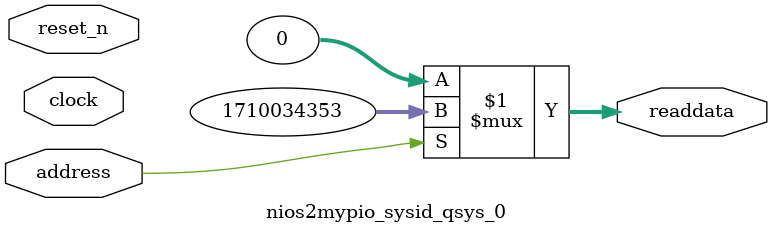
<source format=v>



// synthesis translate_off
`timescale 1ns / 1ps
// synthesis translate_on

// turn off superfluous verilog processor warnings 
// altera message_level Level1 
// altera message_off 10034 10035 10036 10037 10230 10240 10030 

module nios2mypio_sysid_qsys_0 (
               // inputs:
                address,
                clock,
                reset_n,

               // outputs:
                readdata
             )
;

  output  [ 31: 0] readdata;
  input            address;
  input            clock;
  input            reset_n;

  wire    [ 31: 0] readdata;
  //control_slave, which is an e_avalon_slave
  assign readdata = address ? 1710034353 : 0;

endmodule



</source>
